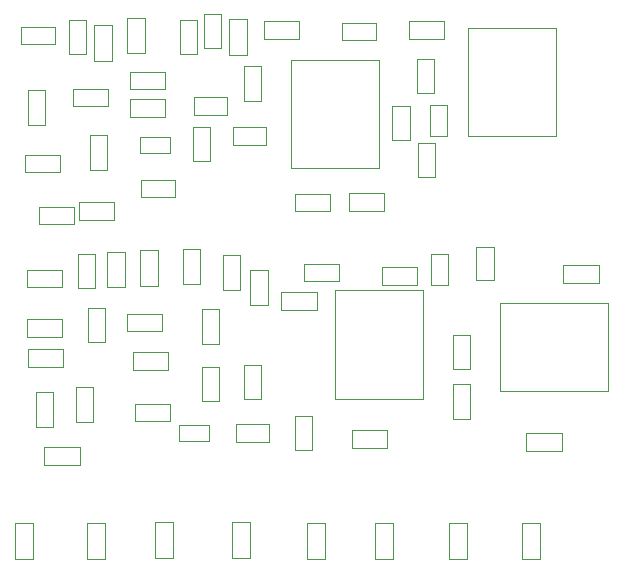
<source format=gbr>
G04*
G04 #@! TF.GenerationSoftware,Altium Limited,Altium Designer,23.2.1 (34)*
G04*
G04 Layer_Color=32896*
%FSLAX25Y25*%
%MOIN*%
G70*
G04*
G04 #@! TF.SameCoordinates,168D8CC4-6B96-4916-8BE8-BBD7D9E71175*
G04*
G04*
G04 #@! TF.FilePolarity,Positive*
G04*
G01*
G75*
%ADD77C,0.00197*%
D77*
X98185Y140768D02*
X103815D01*
X98185Y129232D02*
Y140768D01*
Y129232D02*
X103815D01*
Y140768D01*
X142433Y147063D02*
X171646D01*
X142433Y111039D02*
X171646D01*
X142433D02*
Y147063D01*
X171646Y111039D02*
Y147063D01*
X186894Y198488D02*
X216106D01*
X186894Y234512D02*
X216106D01*
Y198488D02*
Y234512D01*
X186894Y198488D02*
Y234512D01*
X127894Y224012D02*
X157106D01*
X127894Y187988D02*
X157106D01*
X127894D02*
Y224012D01*
X157106Y187988D02*
Y224012D01*
X155933Y57543D02*
X161917D01*
Y69432D01*
X155933D02*
X161917D01*
X155933Y57543D02*
Y69432D01*
X108008Y58055D02*
X113992D01*
Y69945D01*
X108008D02*
X113992D01*
X108008Y58055D02*
Y69945D01*
X132232Y150236D02*
Y155865D01*
Y150236D02*
X143768D01*
Y155865D01*
X132232D02*
X143768D01*
X174524Y148933D02*
Y159169D01*
Y148933D02*
X180036D01*
Y159169D01*
X174524D02*
X180036D01*
X217984Y93559D02*
Y99543D01*
X206094D02*
X217984D01*
X206094Y93559D02*
Y99543D01*
Y93559D02*
X217984D01*
X56185Y114818D02*
X61815D01*
X56185Y103283D02*
Y114818D01*
Y103283D02*
X61815D01*
Y114818D01*
X105185Y147232D02*
X110815D01*
Y158768D01*
X105185D02*
X110815D01*
X105185Y147232D02*
Y158768D01*
X45555Y89008D02*
Y94992D01*
Y89008D02*
X57445D01*
Y94992D01*
X45555D02*
X57445D01*
X56724Y147783D02*
X62354D01*
Y159319D01*
X56724D02*
X62354D01*
X56724Y147783D02*
Y159319D01*
X66547Y159996D02*
X72531D01*
X66547Y148106D02*
Y159996D01*
Y148106D02*
X72531D01*
Y159996D01*
X91685Y149233D02*
X97315D01*
Y160768D01*
X91685D02*
X97315D01*
X91685Y149233D02*
Y160768D01*
X109390Y96586D02*
Y102413D01*
Y96586D02*
X120610D01*
Y102413D01*
X109390D02*
X120610D01*
X181685Y132318D02*
X187315D01*
X181685Y120783D02*
Y132318D01*
Y120783D02*
X187315D01*
Y132318D01*
X112087Y122110D02*
X117913D01*
X112087Y110890D02*
Y122110D01*
Y110890D02*
X117913D01*
Y122110D01*
X75055Y120508D02*
Y126492D01*
Y120508D02*
X86945D01*
Y126492D01*
X75055D02*
X86945D01*
X158055Y149008D02*
Y154992D01*
Y149008D02*
X169945D01*
Y154992D01*
X158055D02*
X169945D01*
X98086Y110390D02*
X103913D01*
Y121610D01*
X98086D02*
X103913D01*
X98086Y110390D02*
Y121610D01*
X60224Y141318D02*
X65854D01*
X60224Y129783D02*
Y141318D01*
Y129783D02*
X65854D01*
Y141318D01*
X136325Y140464D02*
Y146448D01*
X124435D02*
X136325D01*
X124435Y140464D02*
Y146448D01*
Y140464D02*
X136325D01*
X114008Y153996D02*
X119992D01*
X114008Y142106D02*
Y153996D01*
Y142106D02*
X119992D01*
Y153996D01*
X112185Y221768D02*
X117815D01*
X112185Y210232D02*
Y221768D01*
Y210232D02*
X117815D01*
Y221768D01*
X129233Y173685D02*
Y179315D01*
Y173685D02*
X140768D01*
Y179315D01*
X129233D02*
X140768D01*
X98685Y227732D02*
X104315D01*
Y239268D01*
X98685D02*
X104315D01*
X98685Y227732D02*
Y239268D01*
X74055Y205058D02*
Y211043D01*
Y205058D02*
X85945D01*
Y211043D01*
X74055D02*
X85945D01*
X148055Y94558D02*
Y100543D01*
Y94558D02*
X159945D01*
Y100543D01*
X148055D02*
X159945D01*
X147055Y173558D02*
Y179543D01*
Y173558D02*
X158945D01*
Y179543D01*
X147055D02*
X158945D01*
X75803Y103685D02*
Y109315D01*
Y103685D02*
X87339D01*
Y109315D01*
X75803D02*
X87339D01*
X77732Y178185D02*
Y183815D01*
Y178185D02*
X89268D01*
Y183815D01*
X77732D02*
X89268D01*
X90382Y102256D02*
X100618D01*
X90382Y96744D02*
Y102256D01*
Y96744D02*
X100618D01*
Y102256D01*
X77382Y198256D02*
X87618D01*
X77382Y192744D02*
Y198256D01*
Y192744D02*
X87618D01*
Y198256D01*
X189626Y161661D02*
X195453D01*
X189626Y150441D02*
Y161661D01*
Y150441D02*
X195453D01*
Y161661D01*
X161587Y208610D02*
X167413D01*
X161587Y197390D02*
Y208610D01*
Y197390D02*
X167413D01*
Y208610D01*
X42646Y101654D02*
X48355D01*
Y113347D01*
X42646D02*
X48355D01*
X42646Y101654D02*
Y113347D01*
X51957Y121696D02*
Y127405D01*
X40264D02*
X51957D01*
X40264Y121696D02*
Y127405D01*
Y121696D02*
X51957D01*
X50846Y186646D02*
Y192355D01*
X39154D02*
X50846D01*
X39154Y186646D02*
Y192355D01*
Y186646D02*
X50846D01*
X197488Y113650D02*
Y142862D01*
X233512Y113650D02*
Y142862D01*
X197488Y113650D02*
X233512D01*
X197488Y142862D02*
X233512D01*
X204933Y57543D02*
X210917D01*
Y69432D01*
X204933D02*
X210917D01*
X204933Y57543D02*
Y69432D01*
X180433Y57543D02*
X186417D01*
Y69432D01*
X180433D02*
X186417D01*
X180433Y57543D02*
Y69432D01*
X133008Y57555D02*
X138992D01*
Y69445D01*
X133008D02*
X138992D01*
X133008Y57555D02*
Y69445D01*
X82513Y57910D02*
X88498D01*
Y69799D01*
X82513D02*
X88498D01*
X82513Y57910D02*
Y69799D01*
X59858Y57606D02*
X65843D01*
Y69495D01*
X59858D02*
X65843D01*
X59858Y57606D02*
Y69495D01*
X35858Y57606D02*
X41843D01*
Y69495D01*
X35858D02*
X41843D01*
X35858Y57606D02*
Y69495D01*
X144732Y230685D02*
Y236315D01*
Y230685D02*
X156268D01*
Y236315D01*
X144732D02*
X156268D01*
X174244Y198527D02*
Y208764D01*
Y198527D02*
X179756D01*
Y208764D01*
X174244D02*
X179756D01*
X129185Y93732D02*
X134815D01*
Y105268D01*
X129185D02*
X134815D01*
X129185Y93732D02*
Y105268D01*
X181685Y104232D02*
X187315D01*
Y115768D01*
X181685D02*
X187315D01*
X181685Y104232D02*
Y115768D01*
X77547Y160496D02*
X83531D01*
X77547Y148606D02*
Y160496D01*
Y148606D02*
X83531D01*
Y160496D01*
X39843Y148236D02*
Y153866D01*
Y148236D02*
X51378D01*
Y153866D01*
X39843D02*
X51378D01*
X108390Y195587D02*
Y201413D01*
Y195587D02*
X119610D01*
Y201413D01*
X108390D02*
X119610D01*
X62008Y235495D02*
X67992D01*
X62008Y223606D02*
Y235495D01*
Y223606D02*
X67992D01*
Y235495D01*
X170185Y184732D02*
X175815D01*
Y196268D01*
X170185D02*
X175815D01*
X170185Y184732D02*
Y196268D01*
X60685Y187232D02*
X66315D01*
Y198768D01*
X60685D02*
X66315D01*
X60685Y187232D02*
Y198768D01*
X55232Y208685D02*
Y214315D01*
Y208685D02*
X66768D01*
Y214315D01*
X55232D02*
X66768D01*
X107008Y237495D02*
X112992D01*
X107008Y225606D02*
Y237495D01*
Y225606D02*
X112992D01*
Y237495D01*
X95390Y205587D02*
Y211413D01*
Y205587D02*
X106610D01*
Y211413D01*
X95390D02*
X106610D01*
X167055Y231008D02*
Y236992D01*
Y231008D02*
X178945D01*
Y236992D01*
X167055D02*
X178945D01*
X169685Y224268D02*
X175315D01*
X169685Y212732D02*
Y224268D01*
Y212732D02*
X175315D01*
Y224268D01*
X57055Y170508D02*
Y176492D01*
Y170508D02*
X68945D01*
Y176492D01*
X57055D02*
X68945D01*
X90685Y225783D02*
X96315D01*
Y237318D01*
X90685D02*
X96315D01*
X90685Y225783D02*
Y237318D01*
X230445Y149558D02*
Y155543D01*
X218555D02*
X230445D01*
X218555Y149558D02*
Y155543D01*
Y149558D02*
X230445D01*
X130555Y231058D02*
Y237043D01*
X118665D02*
X130555D01*
X118665Y231058D02*
Y237043D01*
Y231058D02*
X130555D01*
X53685Y225732D02*
X59315D01*
Y237268D01*
X53685D02*
X59315D01*
X53685Y225732D02*
Y237268D01*
X37732Y229185D02*
Y234815D01*
Y229185D02*
X49268D01*
Y234815D01*
X37732D02*
X49268D01*
X73008Y237995D02*
X78992D01*
X73008Y226106D02*
Y237995D01*
Y226106D02*
X78992D01*
Y237995D01*
X95087Y201610D02*
X100913D01*
X95087Y190390D02*
Y201610D01*
Y190390D02*
X100913D01*
Y201610D01*
X84846Y133646D02*
Y139355D01*
X73154D02*
X84846D01*
X73154Y133646D02*
Y139355D01*
Y133646D02*
X84846D01*
X51386Y131697D02*
Y137405D01*
X39693D02*
X51386D01*
X39693Y131697D02*
Y137405D01*
Y131697D02*
X51386D01*
X85846Y214196D02*
Y219905D01*
X74154D02*
X85846D01*
X74154Y214196D02*
Y219905D01*
Y214196D02*
X85846D01*
X55346Y169146D02*
Y174854D01*
X43654D02*
X55346D01*
X43654Y169146D02*
Y174854D01*
Y169146D02*
X55346D01*
X40146Y202154D02*
X45855D01*
Y213846D01*
X40146D02*
X45855D01*
X40146Y202154D02*
Y213846D01*
M02*

</source>
